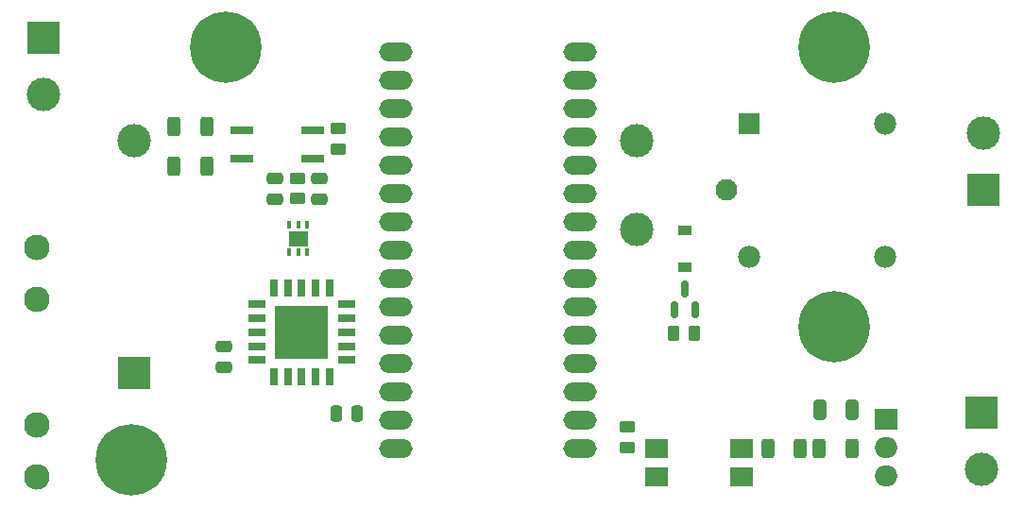
<source format=gbr>
%TF.GenerationSoftware,KiCad,Pcbnew,(6.0.0)*%
%TF.CreationDate,2022-03-17T14:10:33-06:00*%
%TF.ProjectId,main-board,6d61696e-2d62-46f6-9172-642e6b696361,rev?*%
%TF.SameCoordinates,Original*%
%TF.FileFunction,Soldermask,Top*%
%TF.FilePolarity,Negative*%
%FSLAX46Y46*%
G04 Gerber Fmt 4.6, Leading zero omitted, Abs format (unit mm)*
G04 Created by KiCad (PCBNEW (6.0.0)) date 2022-03-17 14:10:33*
%MOMM*%
%LPD*%
G01*
G04 APERTURE LIST*
G04 Aperture macros list*
%AMRoundRect*
0 Rectangle with rounded corners*
0 $1 Rounding radius*
0 $2 $3 $4 $5 $6 $7 $8 $9 X,Y pos of 4 corners*
0 Add a 4 corners polygon primitive as box body*
4,1,4,$2,$3,$4,$5,$6,$7,$8,$9,$2,$3,0*
0 Add four circle primitives for the rounded corners*
1,1,$1+$1,$2,$3*
1,1,$1+$1,$4,$5*
1,1,$1+$1,$6,$7*
1,1,$1+$1,$8,$9*
0 Add four rect primitives between the rounded corners*
20,1,$1+$1,$2,$3,$4,$5,0*
20,1,$1+$1,$4,$5,$6,$7,0*
20,1,$1+$1,$6,$7,$8,$9,0*
20,1,$1+$1,$8,$9,$2,$3,0*%
G04 Aperture macros list end*
%ADD10RoundRect,0.250000X0.250000X0.475000X-0.250000X0.475000X-0.250000X-0.475000X0.250000X-0.475000X0*%
%ADD11C,0.800000*%
%ADD12C,6.400000*%
%ADD13R,2.000000X1.905000*%
%ADD14O,2.000000X1.905000*%
%ADD15R,3.000000X3.000000*%
%ADD16C,3.000000*%
%ADD17RoundRect,0.250000X-0.312500X-0.625000X0.312500X-0.625000X0.312500X0.625000X-0.312500X0.625000X0*%
%ADD18R,1.200000X0.900000*%
%ADD19R,1.980000X1.980000*%
%ADD20C,1.980000*%
%ADD21C,1.935000*%
%ADD22C,2.300000*%
%ADD23RoundRect,0.250000X-0.475000X0.250000X-0.475000X-0.250000X0.475000X-0.250000X0.475000X0.250000X0*%
%ADD24RoundRect,0.250000X0.450000X-0.262500X0.450000X0.262500X-0.450000X0.262500X-0.450000X-0.262500X0*%
%ADD25R,2.000000X0.640000*%
%ADD26R,0.800000X1.500000*%
%ADD27R,1.500000X0.800000*%
%ADD28R,4.800000X4.800000*%
%ADD29RoundRect,0.150000X0.150000X-0.587500X0.150000X0.587500X-0.150000X0.587500X-0.150000X-0.587500X0*%
%ADD30RoundRect,0.250000X-0.450000X0.262500X-0.450000X-0.262500X0.450000X-0.262500X0.450000X0.262500X0*%
%ADD31R,0.450000X0.750000*%
%ADD32R,1.740000X1.350000*%
%ADD33R,2.000000X1.780000*%
%ADD34RoundRect,0.250000X-0.325000X-0.650000X0.325000X-0.650000X0.325000X0.650000X-0.325000X0.650000X0*%
%ADD35O,3.000000X1.700000*%
%ADD36RoundRect,0.250000X0.262500X0.450000X-0.262500X0.450000X-0.262500X-0.450000X0.262500X-0.450000X0*%
%ADD37RoundRect,0.250000X0.475000X-0.250000X0.475000X0.250000X-0.475000X0.250000X-0.475000X-0.250000X0*%
G04 APERTURE END LIST*
D10*
%TO.C,C4*%
X100296000Y-77806000D03*
X98396000Y-77806000D03*
%TD*%
D11*
%TO.C,REF\u002A\u002A*%
X81697056Y-80302944D03*
X78302944Y-80302944D03*
D12*
X80000000Y-82000000D03*
D11*
X81697056Y-83697056D03*
X82400000Y-82000000D03*
X78302944Y-83697056D03*
X80000000Y-79600000D03*
X77600000Y-82000000D03*
X80000000Y-84400000D03*
%TD*%
D13*
%TO.C,Q2*%
X147680000Y-78360000D03*
D14*
X147680000Y-80900000D03*
X147680000Y-83440000D03*
%TD*%
D15*
%TO.C,J2*%
X156360000Y-57730000D03*
D16*
X156360000Y-52650000D03*
%TD*%
D17*
%TO.C,R1*%
X83877500Y-52040000D03*
X86802500Y-52040000D03*
%TD*%
D18*
%TO.C,D1*%
X129620000Y-61430000D03*
X129620000Y-64730000D03*
%TD*%
D19*
%TO.C,K1*%
X135392500Y-51790000D03*
D20*
X135392500Y-63790000D03*
D21*
X133392500Y-57790000D03*
D20*
X147592500Y-51790000D03*
X147592500Y-63790000D03*
%TD*%
D11*
%TO.C,REF\u002A\u002A*%
X88500000Y-42600000D03*
D12*
X88500000Y-45000000D03*
D11*
X90197056Y-43302944D03*
X88500000Y-47400000D03*
X86802944Y-43302944D03*
X86100000Y-45000000D03*
X90900000Y-45000000D03*
X90197056Y-46697056D03*
X86802944Y-46697056D03*
%TD*%
D17*
%TO.C,R7*%
X141687500Y-80950000D03*
X144612500Y-80950000D03*
%TD*%
D11*
%TO.C,REF\u002A\u002A*%
X141302944Y-68302944D03*
X145400000Y-70000000D03*
X143000000Y-67600000D03*
X140600000Y-70000000D03*
X141302944Y-71697056D03*
X144697056Y-68302944D03*
D12*
X143000000Y-70000000D03*
D11*
X143000000Y-72400000D03*
X144697056Y-71697056D03*
%TD*%
D22*
%TO.C,F1*%
X71600000Y-67550000D03*
X71600000Y-62950000D03*
X71600000Y-83450000D03*
X71600000Y-78850000D03*
%TD*%
D15*
%TO.C,J3*%
X156250000Y-77710000D03*
D16*
X156250000Y-82790000D03*
%TD*%
D15*
%TO.C,J1*%
X72150000Y-44160000D03*
D16*
X72150000Y-49240000D03*
%TD*%
D23*
%TO.C,C3*%
X92920000Y-56700000D03*
X92920000Y-58600000D03*
%TD*%
D17*
%TO.C,R2*%
X83877500Y-55650000D03*
X86802500Y-55650000D03*
%TD*%
D24*
%TO.C,R3*%
X98570000Y-54102000D03*
X98570000Y-52277000D03*
%TD*%
D25*
%TO.C,U1*%
X89960000Y-52410000D03*
X89960000Y-54950000D03*
X96260000Y-54950000D03*
X96260000Y-52410000D03*
%TD*%
D26*
%TO.C,U4*%
X92800000Y-74530000D03*
X94050000Y-74530000D03*
X95300000Y-74530000D03*
X96550000Y-74530000D03*
X97800000Y-74530000D03*
D27*
X99300000Y-73030000D03*
X99300000Y-71780000D03*
X99300000Y-70530000D03*
X99300000Y-69280000D03*
X99300000Y-68030000D03*
D26*
X97800000Y-66530000D03*
X96550000Y-66530000D03*
X95300000Y-66530000D03*
X94050000Y-66530000D03*
X92800000Y-66530000D03*
D27*
X91300000Y-68030000D03*
X91300000Y-69280000D03*
X91300000Y-70530000D03*
X91300000Y-71780000D03*
X91300000Y-73030000D03*
D28*
X95300000Y-70530000D03*
%TD*%
D23*
%TO.C,C2*%
X88330000Y-71770000D03*
X88330000Y-73670000D03*
%TD*%
D29*
%TO.C,Q1*%
X128680000Y-68477500D03*
X130580000Y-68477500D03*
X129630000Y-66602500D03*
%TD*%
D30*
%TO.C,R5*%
X124500000Y-79037500D03*
X124500000Y-80862500D03*
%TD*%
D31*
%TO.C,U5*%
X95795000Y-60870000D03*
X94995000Y-60870000D03*
X94195000Y-60870000D03*
X94195000Y-63370000D03*
X94995000Y-63370000D03*
X95795000Y-63370000D03*
D32*
X94995000Y-62120000D03*
%TD*%
D33*
%TO.C,U3*%
X127120000Y-80990000D03*
X127120000Y-83530000D03*
X134740000Y-83530000D03*
X134740000Y-80990000D03*
%TD*%
D24*
%TO.C,R8*%
X94910000Y-58542500D03*
X94910000Y-56717500D03*
%TD*%
D17*
%TO.C,R6*%
X137077500Y-80950000D03*
X140002500Y-80950000D03*
%TD*%
D34*
%TO.C,C1*%
X141725000Y-77440000D03*
X144675000Y-77440000D03*
%TD*%
D35*
%TO.C,U2*%
X103745000Y-45383000D03*
X103745000Y-47923000D03*
X103745000Y-50463000D03*
X103745000Y-53003000D03*
X103745000Y-55543000D03*
X103745000Y-58083000D03*
X103745000Y-60623000D03*
X103745000Y-63163000D03*
X103745000Y-65703000D03*
X103745000Y-68243000D03*
X103745000Y-70783000D03*
X103745000Y-73323000D03*
X103745000Y-75863000D03*
X103745000Y-78403000D03*
X103745000Y-80943000D03*
X120255000Y-80943000D03*
X120255000Y-78403000D03*
X120255000Y-75863000D03*
X120255000Y-73323000D03*
X120255000Y-70783000D03*
X120255000Y-68243000D03*
X120255000Y-65703000D03*
X120255000Y-63163000D03*
X120255000Y-60623000D03*
X120255000Y-58083000D03*
X120255000Y-55543000D03*
X120255000Y-53003000D03*
X120255000Y-50463000D03*
X120255000Y-47923000D03*
X120255000Y-45383000D03*
%TD*%
D11*
%TO.C,REF\u002A\u002A*%
X141302944Y-43302944D03*
X143000000Y-47400000D03*
X141302944Y-46697056D03*
X144697056Y-43302944D03*
X143000000Y-42600000D03*
D12*
X143000000Y-45000000D03*
D11*
X145400000Y-45000000D03*
X144697056Y-46697056D03*
X140600000Y-45000000D03*
%TD*%
D36*
%TO.C,R4*%
X130452500Y-70630000D03*
X128627500Y-70630000D03*
%TD*%
D37*
%TO.C,C5*%
X96890000Y-58600000D03*
X96890000Y-56700000D03*
%TD*%
D15*
%TO.C,PS1*%
X80320000Y-74150000D03*
D16*
X80320000Y-53350000D03*
X125320000Y-53350000D03*
X125320000Y-61350000D03*
%TD*%
M02*

</source>
